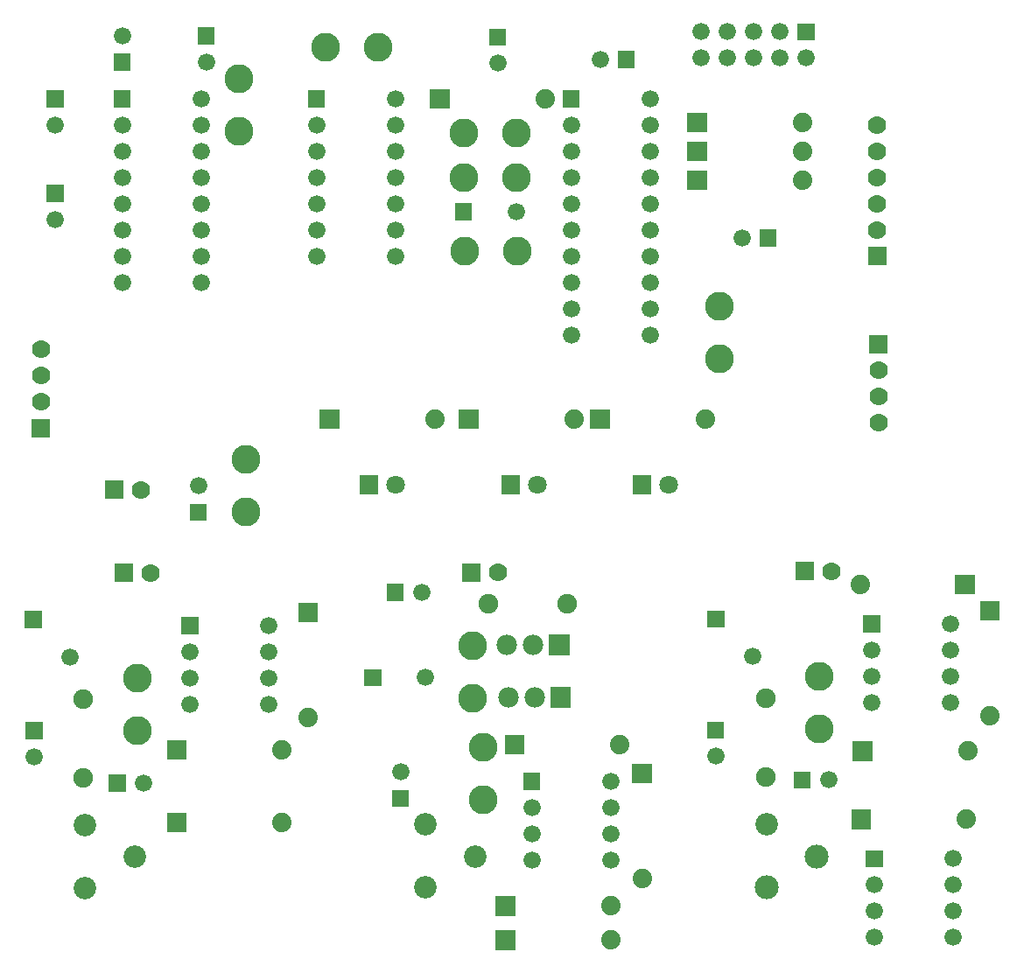
<source format=gbs>
G04 start of page 8 for group -4062 idx -4062 *
G04 Title: (unknown), soldermask *
G04 Creator: pcb 20110918 *
G04 CreationDate: Sun 26 Oct 2014 13:14:07 GMT UTC *
G04 For: ksarkies *
G04 Format: Gerber/RS-274X *
G04 PCB-Dimensions: 390000 370000 *
G04 PCB-Coordinate-Origin: lower left *
%MOIN*%
%FSLAX25Y25*%
%LNBOTTOMMASK*%
%ADD114C,0.0910*%
%ADD113C,0.0780*%
%ADD112C,0.0860*%
%ADD111C,0.0750*%
%ADD110C,0.0710*%
%ADD109C,0.0700*%
%ADD108C,0.1100*%
%ADD107C,0.0740*%
%ADD106C,0.0660*%
%ADD105C,0.0001*%
G54D105*G36*
X217200Y333800D02*Y327200D01*
X223800D01*
Y333800D01*
X217200D01*
G37*
G54D106*X220500Y320500D03*
Y310500D03*
Y300500D03*
Y290500D03*
G54D105*G36*
X264800Y314200D02*Y306800D01*
X272200D01*
Y314200D01*
X264800D01*
G37*
G54D106*X250500Y310500D03*
Y320500D03*
Y330500D03*
G54D105*G36*
X264800Y325200D02*Y317800D01*
X272200D01*
Y325200D01*
X264800D01*
G37*
G54D106*X220500Y280500D03*
X250500D03*
Y290500D03*
Y300500D03*
X270000Y356000D03*
Y346000D03*
G54D105*G36*
X264800Y303200D02*Y295800D01*
X272200D01*
Y303200D01*
X264800D01*
G37*
G54D107*X308500Y310500D03*
Y321500D03*
Y299500D03*
G54D105*G36*
X306700Y359300D02*Y352700D01*
X313300D01*
Y359300D01*
X306700D01*
G37*
G54D106*X310000Y346000D03*
X300000Y356000D03*
Y346000D03*
X290000Y356000D03*
Y346000D03*
X280000Y356000D03*
Y346000D03*
G54D105*G36*
X238200Y348800D02*Y342200D01*
X244800D01*
Y348800D01*
X238200D01*
G37*
G54D106*X231500Y345500D03*
G54D105*G36*
X189200Y357300D02*Y350700D01*
X195800D01*
Y357300D01*
X189200D01*
G37*
G54D106*X192500Y344000D03*
G54D108*X179500Y300500D03*
X199500D03*
G54D105*G36*
X176200Y290800D02*Y284200D01*
X182800D01*
Y290800D01*
X176200D01*
G37*
G54D106*X199500Y287500D03*
G54D107*X210500Y330500D03*
G54D108*X179500Y317500D03*
X199500D03*
G54D106*X285500Y277500D03*
G54D108*X277000Y231500D03*
Y251500D03*
G54D105*G36*
X292200Y280800D02*Y274200D01*
X298800D01*
Y280800D01*
X292200D01*
G37*
G36*
X333500Y274000D02*Y267000D01*
X340500D01*
Y274000D01*
X333500D01*
G37*
G54D109*X337000Y280500D03*
Y290500D03*
Y300500D03*
Y310500D03*
Y320500D03*
G54D105*G36*
X334000Y240500D02*Y233500D01*
X341000D01*
Y240500D01*
X334000D01*
G37*
G54D109*X337500Y227000D03*
Y217000D03*
Y207000D03*
G54D105*G36*
X306000Y154000D02*Y147000D01*
X313000D01*
Y154000D01*
X306000D01*
G37*
G54D109*X319500Y150500D03*
G54D106*X220500Y270500D03*
X250500D03*
G54D108*X180000Y272500D03*
X200000D03*
G54D106*X123500Y270500D03*
X153500D03*
X220500Y260500D03*
X250500D03*
X220500Y250500D03*
Y240500D03*
X250500D03*
Y250500D03*
G54D105*G36*
X177800Y212200D02*Y204800D01*
X185200D01*
Y212200D01*
X177800D01*
G37*
G36*
X124800D02*Y204800D01*
X132200D01*
Y212200D01*
X124800D01*
G37*
G54D107*X168500Y208500D03*
G54D108*X96500Y193000D03*
Y173000D03*
G54D105*G36*
X227800Y212200D02*Y204800D01*
X235200D01*
Y212200D01*
X227800D01*
G37*
G54D107*X271500Y208500D03*
X221500D03*
G54D105*G36*
X243950Y187050D02*Y179950D01*
X251050D01*
Y187050D01*
X243950D01*
G37*
G54D110*X257500Y183500D03*
G54D105*G36*
X139950Y187050D02*Y179950D01*
X147050D01*
Y187050D01*
X139950D01*
G37*
G54D110*X153500Y183500D03*
G54D105*G36*
X193950Y187050D02*Y179950D01*
X201050D01*
Y187050D01*
X193950D01*
G37*
G54D110*X207500Y183500D03*
G54D106*X49500Y270500D03*
Y260500D03*
X79500D03*
Y270500D03*
X49500Y310500D03*
Y300500D03*
Y290500D03*
Y280500D03*
G54D108*X94000Y318000D03*
Y338000D03*
G54D106*X79500Y280500D03*
Y290500D03*
Y300500D03*
Y310500D03*
Y320500D03*
Y330500D03*
G54D105*G36*
X78200Y357800D02*Y351200D01*
X84800D01*
Y357800D01*
X78200D01*
G37*
G54D106*X81500Y344500D03*
G54D105*G36*
X166800Y334200D02*Y326800D01*
X174200D01*
Y334200D01*
X166800D01*
G37*
G36*
X120200Y333800D02*Y327200D01*
X126800D01*
Y333800D01*
X120200D01*
G37*
G54D108*X127000Y350000D03*
G54D106*X123500Y320500D03*
Y310500D03*
Y300500D03*
Y290500D03*
Y280500D03*
X153500D03*
Y290500D03*
Y300500D03*
Y310500D03*
Y320500D03*
Y330500D03*
G54D108*X147000Y350000D03*
G54D105*G36*
X46200Y333800D02*Y327200D01*
X52800D01*
Y333800D01*
X46200D01*
G37*
G54D106*X49500Y320500D03*
G54D105*G36*
X20700Y333800D02*Y327200D01*
X27300D01*
Y333800D01*
X20700D01*
G37*
G54D106*X24000Y320500D03*
G54D105*G36*
X20700Y297800D02*Y291200D01*
X27300D01*
Y297800D01*
X20700D01*
G37*
G54D106*X24000Y284500D03*
G54D105*G36*
X15000Y208500D02*Y201500D01*
X22000D01*
Y208500D01*
X15000D01*
G37*
G54D109*X18500Y215000D03*
Y225000D03*
Y235000D03*
G54D105*G36*
X46200Y347800D02*Y341200D01*
X52800D01*
Y347800D01*
X46200D01*
G37*
G54D106*X49500Y354500D03*
G54D105*G36*
X43000Y185000D02*Y178000D01*
X50000D01*
Y185000D01*
X43000D01*
G37*
G54D109*X56500Y181500D03*
G54D105*G36*
X46700Y153400D02*Y146400D01*
X53700D01*
Y153400D01*
X46700D01*
G37*
G54D109*X60200Y149900D03*
G54D108*X55200Y89900D03*
Y109900D03*
G54D105*G36*
X12268Y135310D02*Y128710D01*
X18868D01*
Y135310D01*
X12268D01*
G37*
G36*
X12800Y93200D02*Y86600D01*
X19400D01*
Y93200D01*
X12800D01*
G37*
G54D106*X16100Y79900D03*
X29710Y117868D03*
G54D111*X34700Y101800D03*
G54D105*G36*
X75200Y176300D02*Y169700D01*
X81800D01*
Y176300D01*
X75200D01*
G37*
G54D106*X78500Y183000D03*
G54D105*G36*
X71900Y133200D02*Y126600D01*
X78500D01*
Y133200D01*
X71900D01*
G37*
G54D106*X105200Y129900D03*
G54D105*G36*
X116500Y138600D02*Y131200D01*
X123900D01*
Y138600D01*
X116500D01*
G37*
G54D106*X75200Y119900D03*
Y109900D03*
Y99900D03*
X105200D03*
Y109900D03*
Y119900D03*
G54D107*X120200Y94900D03*
X110200Y54900D03*
Y82400D03*
G54D106*X57700Y69900D03*
G54D112*X54200Y41800D03*
G54D105*G36*
X66500Y58600D02*Y51200D01*
X73900D01*
Y58600D01*
X66500D01*
G37*
G36*
Y86100D02*Y78700D01*
X73900D01*
Y86100D01*
X66500D01*
G37*
G54D112*X35200Y29900D03*
G54D105*G36*
X44400Y73200D02*Y66600D01*
X51000D01*
Y73200D01*
X44400D01*
G37*
G54D112*X35200Y53900D03*
G54D111*X34700Y71800D03*
G54D105*G36*
X212100Y126400D02*Y118600D01*
X219900D01*
Y126400D01*
X212100D01*
G37*
G54D113*X206000Y122500D03*
G54D105*G36*
X212600Y106400D02*Y98600D01*
X220400D01*
Y106400D01*
X212600D01*
G37*
G54D111*X189000Y138000D03*
X219000D03*
G54D105*G36*
X272236Y135620D02*Y129020D01*
X278836D01*
Y135620D01*
X272236D01*
G37*
G54D106*X289678Y118178D03*
G54D111*X294500Y102000D03*
G54D105*G36*
X202200Y73800D02*Y67200D01*
X208800D01*
Y73800D01*
X202200D01*
G37*
G54D106*X205500Y60500D03*
Y50500D03*
G54D105*G36*
X195300Y88200D02*Y80800D01*
X202700D01*
Y88200D01*
X195300D01*
G37*
G54D108*X187000Y83500D03*
Y63500D03*
G54D106*X235500Y70500D03*
G54D107*X239000Y84500D03*
G54D105*G36*
X243800Y77200D02*Y69800D01*
X251200D01*
Y77200D01*
X243800D01*
G37*
G36*
X272200Y93300D02*Y86700D01*
X278800D01*
Y93300D01*
X272200D01*
G37*
G54D106*X275500Y80000D03*
G54D112*X165000Y54000D03*
G54D105*G36*
X152200Y67300D02*Y60700D01*
X158800D01*
Y67300D01*
X152200D01*
G37*
G54D106*X155500Y74000D03*
G54D105*G36*
X179000Y153500D02*Y146500D01*
X186000D01*
Y153500D01*
X179000D01*
G37*
G54D109*X192500Y150000D03*
G54D105*G36*
X150200Y145800D02*Y139200D01*
X156800D01*
Y145800D01*
X150200D01*
G37*
G54D106*X163500Y142500D03*
G54D113*X196000Y122500D03*
X206500Y102500D03*
X196500D03*
G54D108*X183000Y102000D03*
Y122000D03*
G54D105*G36*
X141700Y113300D02*Y106700D01*
X148300D01*
Y113300D01*
X141700D01*
G37*
G54D106*X165000Y110000D03*
X205500Y40500D03*
X235500Y50500D03*
Y60500D03*
G54D112*X184000Y41900D03*
G54D105*G36*
X191800Y26700D02*Y19300D01*
X199200D01*
Y26700D01*
X191800D01*
G37*
G36*
Y13700D02*Y6300D01*
X199200D01*
Y13700D01*
X191800D01*
G37*
G54D112*X165000Y30000D03*
G54D106*X235500Y40500D03*
G54D107*X247500Y33500D03*
X235500Y23000D03*
Y10000D03*
G54D105*G36*
X331700Y133800D02*Y127200D01*
X338300D01*
Y133800D01*
X331700D01*
G37*
G54D106*X365000Y130500D03*
G54D105*G36*
X376300Y139200D02*Y131800D01*
X383700D01*
Y139200D01*
X376300D01*
G37*
G54D106*X335000Y120500D03*
X365000D03*
Y100500D03*
Y110500D03*
G54D107*X380000Y95500D03*
X371500Y82000D03*
G54D106*X335000Y110500D03*
Y100500D03*
G54D108*X315000Y90500D03*
Y110500D03*
G54D105*G36*
X327800Y85700D02*Y78300D01*
X335200D01*
Y85700D01*
X327800D01*
G37*
G36*
X366800Y149200D02*Y141800D01*
X374200D01*
Y149200D01*
X366800D01*
G37*
G54D107*X330500Y145500D03*
G54D112*X295000Y54000D03*
G54D114*X314000Y41900D03*
X295000Y30000D03*
G54D105*G36*
X305200Y74300D02*Y67700D01*
X311800D01*
Y74300D01*
X305200D01*
G37*
G54D106*X318500Y71000D03*
G54D111*X294500Y72000D03*
G54D105*G36*
X332700Y44300D02*Y37700D01*
X339300D01*
Y44300D01*
X332700D01*
G37*
G54D106*X336000Y31000D03*
Y21000D03*
Y11000D03*
G54D105*G36*
X327300Y59700D02*Y52300D01*
X334700D01*
Y59700D01*
X327300D01*
G37*
G54D106*X366000Y11000D03*
Y21000D03*
Y31000D03*
Y41000D03*
G54D107*X371000Y56000D03*
M02*

</source>
